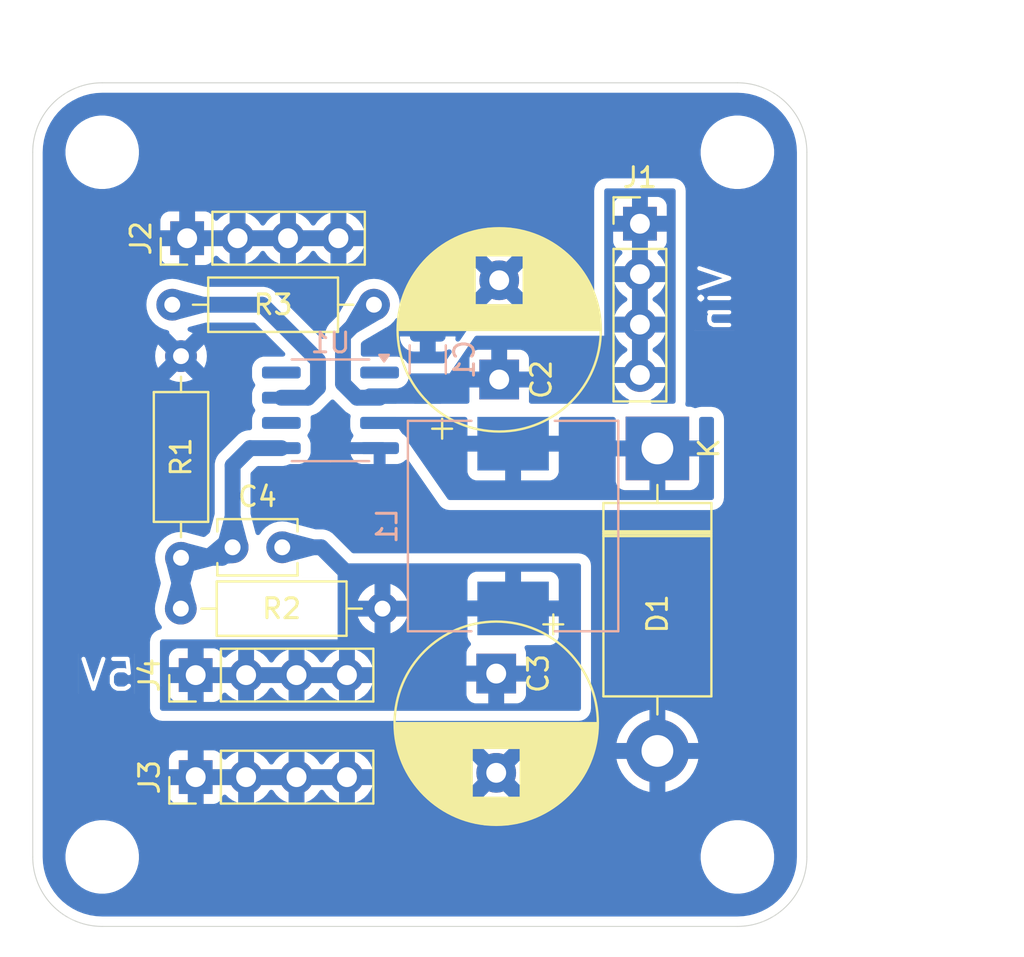
<source format=kicad_pcb>
(kicad_pcb (version 20240108) (generator "pcbnew") (generator_version "8.0")
  (title_block (title "XL1410E1 Test PCB") (company "Perry Leumas"))
  (layers (0 "F.Cu" signal) (31 "B.Cu" signal) (34 "B.Paste" user) (35 "F.Paste" user) (36 "B.SilkS" user "B.Silkscreen") (37 "F.SilkS" user "F.Silkscreen") (38 "B.Mask" user) (39 "F.Mask" user) (44 "Edge.Cuts" user))
  (net 0 "")
  (net 1 "+12V")
  (net 2 "GND")
  (net 3 "+5V")
  (net 4 "Net-(U1-FB)")
  (net 5 "Net-(D1-K)")
  (net 6 "Net-(U1-EN)")
  (footprint "Connector_PinHeader_2.54mm:PinHeader_1x04_P2.54mm_Vertical" (layer "F.Cu") (at 165.59 60.6)
    (property "Reference" "J1" (at 0 -2.33 0) (layer "F.SilkS"))
    (property "Value" "Conn_01x04")
    (pad "1" thru_hole rect (at 0 0) (size 1.7 1.7) (drill 1) (layers "*.Cu" "*.Mask") (net 1 "+12V"))
    (pad "2" thru_hole oval (at 0 2.54) (size 1.7 1.7) (drill 1) (layers "*.Cu" "*.Mask") (net 1 "+12V"))
    (pad "3" thru_hole oval (at 0 5.08) (size 1.7 1.7) (drill 1) (layers "*.Cu" "*.Mask") (net 1 "+12V"))
    (pad "4" thru_hole oval (at 0 7.62) (size 1.7 1.7) (drill 1) (layers "*.Cu" "*.Mask") (net 1 "+12V"))
  )
  (footprint "Resistor_THT:R_Axial_DIN0207_L6.3mm_D2.5mm_P10.16mm_Horizontal" (layer "F.Cu") (at 142.46 79.99)
    (property "Reference" "R2" (at 5.08 0 0) (layer "F.SilkS"))
    (property "Value" "6k8")
    (pad "1" thru_hole circle (at 0 0) (size 1.6 1.6) (drill 0.8) (layers "*.Cu" "*.Mask") (net 4 "Net-(U1-FB)"))
    (pad "2" thru_hole oval (at 10.16 0) (size 1.6 1.6) (drill 0.8) (layers "*.Cu" "*.Mask") (net 3 "+5V"))
  )
  (footprint "Diode_THT:D_DO-201AD_P15.24mm_Horizontal" (layer "F.Cu") (at 166.47 71.92 -90)
    (property "Reference" "D1" (at 8.33 0 90) (layer "F.SilkS"))
    (property "Value" "1N5821")
    (fp_text user "K" (at 0 -2.6 90) (layer "F.SilkS"))
    (pad "1" thru_hole rect (at 0 0 270) (size 3.2 3.2) (drill 1.6) (layers "*.Cu" "*.Mask") (net 5 "Net-(D1-K)"))
    (pad "2" thru_hole oval (at 15.24 0 270) (size 3.2 3.2) (drill 1.6) (layers "*.Cu" "*.Mask") (net 2 "GND"))
  )
  (footprint "Connector_PinHeader_2.54mm:PinHeader_1x04_P2.54mm_Vertical" (layer "F.Cu") (at 143.21 83.34 90)
    (property "Reference" "J4" (at 0 -2.33 90) (layer "F.SilkS"))
    (property "Value" "Conn_01x04")
    (pad "1" thru_hole rect (at 0 0 90) (size 1.7 1.7) (drill 1) (layers "*.Cu" "*.Mask") (net 3 "+5V"))
    (pad "2" thru_hole oval (at 0 2.54 90) (size 1.7 1.7) (drill 1) (layers "*.Cu" "*.Mask") (net 3 "+5V"))
    (pad "3" thru_hole oval (at 0 5.08 90) (size 1.7 1.7) (drill 1) (layers "*.Cu" "*.Mask") (net 3 "+5V"))
    (pad "4" thru_hole oval (at 0 7.62 90) (size 1.7 1.7) (drill 1) (layers "*.Cu" "*.Mask") (net 3 "+5V"))
  )
  (footprint "Connector_PinHeader_2.54mm:PinHeader_1x04_P2.54mm_Vertical" (layer "F.Cu") (at 143.21 88.48 90)
    (property "Reference" "J3" (at 0 -2.33 90) (layer "F.SilkS"))
    (property "Value" "Conn_01x04")
    (pad "1" thru_hole rect (at 0 0 90) (size 1.7 1.7) (drill 1) (layers "*.Cu" "*.Mask") (net 2 "GND"))
    (pad "2" thru_hole oval (at 0 2.54 90) (size 1.7 1.7) (drill 1) (layers "*.Cu" "*.Mask") (net 2 "GND"))
    (pad "3" thru_hole oval (at 0 5.08 90) (size 1.7 1.7) (drill 1) (layers "*.Cu" "*.Mask") (net 2 "GND"))
    (pad "4" thru_hole oval (at 0 7.62 90) (size 1.7 1.7) (drill 1) (layers "*.Cu" "*.Mask") (net 2 "GND"))
  )
  (footprint "MountingHole:MountingHole_3.2mm_M3" (layer "F.Cu") (at 138.5 57)
    (property "Reference" "H1" (hide yes))
    (property "Value" "MountingHole")
    (pad "" np_thru_hole circle (at 0 0) (size 3.2 3.2) (drill 3.2) (layers "*.Cu" "*.Mask"))
  )
  (footprint "Resistor_THT:R_Axial_DIN0207_L6.3mm_D2.5mm_P10.16mm_Horizontal" (layer "F.Cu") (at 142.47 67.27 -90)
    (property "Reference" "R1" (at 5.08 0 90) (layer "F.SilkS"))
    (property "Value" "2k2")
    (pad "1" thru_hole circle (at 0 0 270) (size 1.6 1.6) (drill 0.8) (layers "*.Cu" "*.Mask") (net 2 "GND"))
    (pad "2" thru_hole oval (at 10.16 0 270) (size 1.6 1.6) (drill 0.8) (layers "*.Cu" "*.Mask") (net 4 "Net-(U1-FB)"))
  )
  (footprint "Connector_PinHeader_2.54mm:PinHeader_1x04_P2.54mm_Vertical" (layer "F.Cu") (at 142.78 61.33 90)
    (property "Reference" "J2" (at 0 -2.33 90) (layer "F.SilkS"))
    (property "Value" "Conn_01x04")
    (pad "1" thru_hole rect (at 0 0 90) (size 1.7 1.7) (drill 1) (layers "*.Cu" "*.Mask") (net 2 "GND"))
    (pad "2" thru_hole oval (at 0 2.54 90) (size 1.7 1.7) (drill 1) (layers "*.Cu" "*.Mask") (net 2 "GND"))
    (pad "3" thru_hole oval (at 0 5.08 90) (size 1.7 1.7) (drill 1) (layers "*.Cu" "*.Mask") (net 2 "GND"))
    (pad "4" thru_hole oval (at 0 7.62 90) (size 1.7 1.7) (drill 1) (layers "*.Cu" "*.Mask") (net 2 "GND"))
  )
  (footprint "Capacitor_THT:C_Disc_D3.8mm_W2.6mm_P2.50mm" (layer "F.Cu") (at 145.07 76.9)
    (property "Reference" "C4" (at 1.25 -2.55 0) (layer "F.SilkS"))
    (property "Value" "33nF")
    (pad "1" thru_hole circle (at 0 0) (size 1.6 1.6) (drill 0.8) (layers "*.Cu" "*.Mask") (net 4 "Net-(U1-FB)"))
    (pad "2" thru_hole circle (at 2.5 0) (size 1.6 1.6) (drill 0.8) (layers "*.Cu" "*.Mask") (net 3 "+5V"))
  )
  (footprint "MountingHole:MountingHole_3.2mm_M3" (layer "F.Cu") (at 138.5 92.5)
    (property "Reference" "H2" (hide yes))
    (property "Value" "MountingHole")
    (pad "" np_thru_hole circle (at 0 0) (size 3.2 3.2) (drill 3.2) (layers "*.Cu" "*.Mask"))
  )
  (footprint "Resistor_THT:R_Axial_DIN0207_L6.3mm_D2.5mm_P10.16mm_Horizontal" (layer "F.Cu") (at 142.03 64.68)
    (property "Reference" "R3" (at 5.08 0 0) (layer "F.SilkS"))
    (property "Value" "1k")
    (pad "1" thru_hole circle (at 0 0) (size 1.6 1.6) (drill 0.8) (layers "*.Cu" "*.Mask") (net 6 "Net-(U1-EN)"))
    (pad "2" thru_hole oval (at 10.16 0) (size 1.6 1.6) (drill 0.8) (layers "*.Cu" "*.Mask") (net 1 "+12V"))
  )
  (footprint "MountingHole:MountingHole_3.2mm_M3" (layer "F.Cu") (at 170.5 57)
    (property "Reference" "H4" (hide yes))
    (property "Value" "MountingHole")
    (pad "" np_thru_hole circle (at 0 0) (size 3.2 3.2) (drill 3.2) (layers "*.Cu" "*.Mask"))
  )
  (footprint "Capacitor_THT:CP_Radial_D10.0mm_P5.00mm" (layer "F.Cu") (at 158.5 68.447677 90)
    (property "Reference" "C2" (at -0.002323 2.12 90) (layer "F.SilkS"))
    (property "Value" "220uF")
    (pad "1" thru_hole rect (at 0 0 90) (size 2 2) (drill 1) (layers "*.Cu" "*.Mask") (net 1 "+12V"))
    (pad "2" thru_hole circle (at 5 0 90) (size 2 2) (drill 1) (layers "*.Cu" "*.Mask") (net 2 "GND"))
  )
  (footprint "MountingHole:MountingHole_3.2mm_M3" (layer "F.Cu") (at 170.5 92.5)
    (property "Reference" "H3" (hide yes))
    (property "Value" "MountingHole")
    (pad "" np_thru_hole circle (at 0 0) (size 3.2 3.2) (drill 3.2) (layers "*.Cu" "*.Mask"))
  )
  (footprint "Capacitor_THT:CP_Radial_D10.0mm_P5.00mm" (layer "F.Cu") (at 158.35 83.262323 -90)
    (property "Reference" "C3" (at -0.002323 -2.12 90) (layer "F.SilkS"))
    (property "Value" "220uF")
    (pad "1" thru_hole rect (at 0 0 270) (size 2 2) (drill 1) (layers "*.Cu" "*.Mask") (net 3 "+5V"))
    (pad "2" thru_hole circle (at 5 0 270) (size 2 2) (drill 1) (layers "*.Cu" "*.Mask") (net 2 "GND"))
  )
  (footprint "Capacitor_SMD:C_1206_3216Metric_Pad1.33x1.80mm_HandSolder" (layer "B.Cu") (at 154.9 67.44 90)
    (property "Reference" "C1" (at 0 1.85 90) (layer "B.SilkS") (effects (justify mirror)))
    (property "Value" "10uF")
    (pad "1" smd roundrect (at -1.5625 0 90) (size 1.325 1.8) (layers "B.Cu" "B.Paste" "B.Mask") (roundrect_rratio 0.188679) (net 1 "+12V"))
    (pad "2" smd roundrect (at 1.5625 0 90) (size 1.325 1.8) (layers "B.Cu" "B.Paste" "B.Mask") (roundrect_rratio 0.188679) (net 2 "GND"))
  )
  (footprint "Inductor_SMD:L_10.4x10.4_H4.8" (layer "B.Cu") (at 159.2 75.83 -90)
    (property "Reference" "L1" (at 0 6.35 90) (layer "B.SilkS") (effects (justify mirror)))
    (property "Value" "47uH")
    (pad "1" smd rect (at -4.15 0 270) (size 2.7 3.6) (layers "B.Cu" "B.Paste" "B.Mask") (net 5 "Net-(D1-K)"))
    (pad "2" smd rect (at 4.15 0 270) (size 2.7 3.6) (layers "B.Cu" "B.Paste" "B.Mask") (net 3 "+5V"))
  )
  (footprint "Package_SO:SOIC-8_3.9x4.9mm_P1.27mm" (layer "B.Cu") (at 150 70 180)
    (property "Reference" "U1" (at 0 3.4 0) (layer "B.SilkS") (effects (justify mirror)))
    (property "Value" "XL1410")
    (pad "1" smd roundrect (at -2.475 1.905 180) (size 1.95 0.6) (layers "B.Cu" "B.Paste" "B.Mask"))
    (pad "2" smd roundrect (at -2.475 0.635 180) (size 1.95 0.6) (layers "B.Cu" "B.Paste" "B.Mask") (net 1 "+12V"))
    (pad "3" smd roundrect (at -2.475 -0.635 180) (size 1.95 0.6) (layers "B.Cu" "B.Paste" "B.Mask") (net 5 "Net-(D1-K)"))
    (pad "4" smd roundrect (at -2.475 -1.905 180) (size 1.95 0.6) (layers "B.Cu" "B.Paste" "B.Mask") (net 2 "GND"))
    (pad "5" smd roundrect (at 2.475 -1.905 180) (size 1.95 0.6) (layers "B.Cu" "B.Paste" "B.Mask") (net 4 "Net-(U1-FB)"))
    (pad "6" smd roundrect (at 2.475 -0.635 180) (size 1.95 0.6) (layers "B.Cu" "B.Paste" "B.Mask"))
    (pad "7" smd roundrect (at 2.475 0.635 180) (size 1.95 0.6) (layers "B.Cu" "B.Paste" "B.Mask") (net 6 "Net-(U1-EN)"))
    (pad "8" smd roundrect (at 2.475 1.905 180) (size 1.95 0.6) (layers "B.Cu" "B.Paste" "B.Mask"))
  )
  (gr_line (start 174 57) (end 174 92.5) (stroke (width 0.05)) (layer "Edge.Cuts"))
  (gr_line (start 170.5 96) (end 138.5 96) (stroke (width 0.05)) (layer "Edge.Cuts"))
  (gr_arc (start 138.5 96) (mid 136.025126 94.974874) (end 135 92.5) (stroke (width 0.05)) (layer "Edge.Cuts"))
  (gr_arc (start 170.5 53.5) (mid 172.974874 54.525126) (end 174 57) (stroke (width 0.05)) (layer "Edge.Cuts"))
  (gr_arc (start 135 57) (mid 136.025126 54.525126) (end 138.5 53.5) (stroke (width 0.05)) (layer "Edge.Cuts"))
  (gr_arc (start 174 92.5) (mid 172.974874 94.974874) (end 170.5 96) (stroke (width 0.05)) (layer "Edge.Cuts"))
  (gr_line (start 138.5 53.5) (end 170.5 53.5) (stroke (width 0.05)) (layer "Edge.Cuts"))
  (gr_line (start 135 92.5) (end 135 57) (stroke (width 0.05)) (layer "Edge.Cuts"))
  (gr_text "Vin" (at 170.28 64.38 90) (layer "B.Cu" knockout) (effects (font (size 1.5 1.5) (thickness 0.214286)) (justify bottom mirror)))
  (gr_text "5V" (at 140.27 83.34 0) (layer "B.Cu" knockout) (effects (font (size 1.5 1.5) (thickness 0.214286)) (justify left mirror)))
  (segment (start 151.337486 69.365) (end 150.63 68.657514) (width 0.8) (layer "B.Cu") (net 1))
  (segment (start 152.475 69.365) (end 151.337486 69.365) (width 0.8) (layer "B.Cu") (net 1))
  (segment (start 150.63 68.657514) (end 150.63 66.24) (width 0.8) (layer "B.Cu") (net 1))
  (segment (start 150.63 66.24) (end 152.19 64.68) (width 0.8) (layer "B.Cu") (net 1))
  (segment (start 149.53 76.9) (end 150.79 78.16) (width 0.8) (layer "B.Cu") (net 3))
  (segment (start 147.57 76.9) (end 149.53 76.9) (width 0.8) (layer "B.Cu") (net 3))
  (segment (start 142.47 77.43) (end 144.54 77.43) (width 0.8) (layer "B.Cu") (net 4))
  (segment (start 145.07 72.78) (end 145.07 76.9) (width 0.8) (layer "B.Cu") (net 4))
  (segment (start 142.46 77.44) (end 142.47 77.43) (width 0.8) (layer "B.Cu") (net 4))
  (segment (start 147.525 71.905) (end 145.945 71.905) (width 0.8) (layer "B.Cu") (net 4))
  (segment (start 142.46 79.99) (end 142.46 77.44) (width 0.8) (layer "B.Cu") (net 4))
  (segment (start 145.945 71.905) (end 145.07 72.78) (width 0.8) (layer "B.Cu") (net 4))
  (segment (start 144.54 77.43) (end 145.07 76.9) (width 0.8) (layer "B.Cu") (net 4))
  (segment (start 149.37 67.49) (end 146.56 64.68) (width 0.8) (layer "B.Cu") (net 6))
  (segment (start 148.865 69.365) (end 149.37 68.86) (width 0.8) (layer "B.Cu") (net 6))
  (segment (start 149.37 68.86) (end 149.37 67.49) (width 0.8) (layer "B.Cu") (net 6))
  (segment (start 147.525 69.365) (end 148.865 69.365) (width 0.8) (layer "B.Cu") (net 6))
  (segment (start 146.56 64.68) (end 142.03 64.68) (width 0.8) (layer "B.Cu") (net 6))
  (zone (net 1) (net_name "+12V") (layer "B.Cu") (priority 1) (connect_pads (clearance 0.5)) (min_thickness 0.25) (fill yes (thermal_gap 0.5) (thermal_bridge_width 0.8))
    (polygon (pts (xy 151.5 69.67) (xy 167.39 69.67) (xy 167.39 58.82) (xy 163.79 58.82) (xy 163.79 66.24) (xy 157.3 66.24) (xy 156 68.14) (xy 153.8 68.14) (xy 151.5 69.06)))
  )
  (zone (net 2) (net_name "GND") (layer "B.Cu") (connect_pads (clearance 0.5)) (min_thickness 0.25) (fill yes (thermal_gap 0.5) (thermal_bridge_width 0.8))
    (polygon (pts (xy 134 52.5) (xy 175 52.5) (xy 175 97) (xy 134 97)))
  )
  (zone (net 3) (net_name "+5V") (layer "B.Cu") (priority 3) (connect_pads (clearance 0.5)) (min_thickness 0.25) (fill yes (thermal_gap 0.5) (thermal_bridge_width 0.8))
    (polygon (pts (xy 141.41 85.14) (xy 141.41 81.54) (xy 150.36 81.54) (xy 150.36 77.71) (xy 162.62 77.71) (xy 162.62 85.14)))
  )
  (zone (net 5) (net_name "Net-(D1-K)") (layer "B.Cu") (priority 2) (connect_pads (clearance 0.5)) (min_thickness 0.25) (fill yes (thermal_gap 0.5) (thermal_bridge_width 0.8))
    (polygon (pts (xy 151.5 70.33) (xy 169.32 70.33) (xy 169.32 74.52) (xy 155.94 74.52) (xy 153.45 70.94) (xy 151.5 70.94)))
  )
)
</source>
